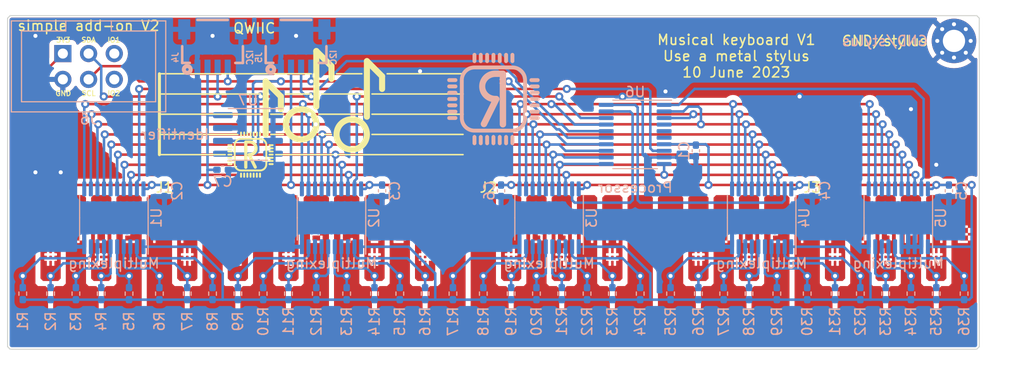
<source format=kicad_pcb>
(kicad_pcb (version 20221018) (generator pcbnew)
  (layers (0 "F.Cu" signal) (31 "B.Cu" signal) (34 "B.Paste" user) (35 "F.Paste" user) (36 "B.SilkS" user "B.Silkscreen") (37 "F.SilkS" user "F.Silkscreen") (38 "B.Mask" user) (39 "F.Mask" user) (44 "Edge.Cuts" user))
  (net 0 "")
  (net 1 "+3V3")
  (net 2 "GND")
  (net 3 "SDA")
  (net 4 "SCL")
  (net 7 "X0Y0")
  (net 8 "X0Y1")
  (net 9 "X0Y2")
  (net 10 "X0Y3")
  (net 11 "X0Y4")
  (net 12 "X0Y5")
  (net 13 "X0Y6")
  (net 14 "X0Y7")
  (net 15 "X1Y0")
  (net 16 "X1Y1")
  (net 17 "X1Y2")
  (net 18 "X1Y3")
  (net 19 "X1Y4")
  (net 20 "X1Y5")
  (net 21 "X1Y6")
  (net 22 "X1Y7")
  (net 23 "X2Y0")
  (net 24 "X2Y1")
  (net 25 "X2Y2")
  (net 26 "X2Y3")
  (net 27 "X2Y4")
  (net 28 "X2Y5")
  (net 29 "X2Y6")
  (net 30 "X2Y7")
  (net 31 "X3Y0")
  (net 32 "X3Y1")
  (net 33 "X3Y2")
  (net 34 "X3Y3")
  (net 35 "X3Y4")
  (net 36 "X3Y5")
  (net 37 "X3Y6")
  (net 38 "X3Y7")
  (net 39 "X4Y0")
  (net 40 "X4Y1")
  (net 41 "X4Y2")
  (net 42 "X4Y3")
  (net 43 "Y7")
  (net 44 "Y6")
  (net 45 "Y5")
  (net 46 "Y4")
  (net 47 "Y3")
  (net 48 "Y2")
  (net 49 "Y1")
  (net 50 "Y0")
  (net 51 "X1")
  (net 52 "X2")
  (net 53 "X3")
  (net 54 "X4")
  (net 55 "X0")
  (footprint "simple_add_on_v2:sao_v2_addon_tht" (layer "F.Cu") (at 100.25 73.77)
    (fp_text reference "J6")
    (fp_text value "sao_v2_addon_tht")
  )
  (footprint "keyboard:keyboard_32x15mm_p4mm_cu_label" (layer "F.Cu") (at 139.75 86.5)
    (fp_text reference "J2")
    (fp_text value "~")
  )
  (footprint "RobotMan2412:RobotMan2412_5mm" (layer "F.Cu") (at 116.25 82.5)
    (fp_text reference "REF**" hide)
    (fp_text value "RobotMan2412_5mm" hide)
  )
  (footprint "keyboard:keyboard_32x15mm_p4mm_cu_label" (layer "F.Cu") (at 107.75 86.5)
    (fp_text reference "J1")
    (fp_text value "~")
  )
  (footprint "MountingHole:MountingHole_2.2mm_M2_Pad_Via" (layer "F.Cu") (at 185.75 71.25)
    (fp_text reference "H1")
    (fp_text value "MountingHole_Pad")
  )
  (footprint "keyboard:keyboard_32x15mm_p4mm_cu_label" (layer "F.Cu") (at 171.75 86.5)
    (fp_text reference "J3")
    (fp_text value "~")
  )
  (footprint "Resistor_SMD:R_0402_1005Metric_Pad0.72x0.64mm_HandSolder" (layer "B.Cu") (at 136.25 96.25 90)
    (fp_text reference "R17")
    (fp_text value "1K")
  )
  (footprint "Resistor_SMD:R_0402_1005Metric_Pad0.72x0.64mm_HandSolder" (layer "B.Cu") (at 163 96.25 90)
    (fp_text reference "R27")
    (fp_text value "1K")
  )
  (footprint "Resistor_SMD:R_0402_1005Metric_Pad0.72x0.64mm_HandSolder" (layer "B.Cu") (at 147 96.25 90)
    (fp_text reference "R21")
    (fp_text value "1K")
  )
  (footprint "Resistor_SMD:R_0402_1005Metric_Pad0.72x0.64mm_HandSolder" (layer "B.Cu") (at 128.5 96.25 90)
    (fp_text reference "R14")
    (fp_text value "1K")
  )
  (footprint "Package_SO:TSSOP-20_4.4x6.5mm_P0.65mm" (layer "B.Cu") (at 166.75 88.75 90)
    (fp_text reference "U4")
    (fp_text value "74LS245")
  )
  (footprint "Resistor_SMD:R_0402_1005Metric_Pad0.72x0.64mm_HandSolder" (layer "B.Cu") (at 104.25 96.25 90)
    (fp_text reference "R5")
    (fp_text value "1K")
  )
  (footprint "Resistor_SMD:R_0402_1005Metric_Pad0.72x0.64mm_HandSolder" (layer "B.Cu") (at 149.5 96.25 90)
    (fp_text reference "R22")
    (fp_text value "1K")
  )
  (footprint "RobotMan2412:RobotMan2412_10mm" (layer "B.Cu") (at 140.25 77 180)
    (fp_text reference "REF**")
    (fp_text value "RobotMan2412_10mm")
  )
  (footprint "Resistor_SMD:R_0402_1005Metric_Pad0.72x0.64mm_HandSolder" (layer "B.Cu") (at 96.5 96.25 90)
    (fp_text reference "R2")
    (fp_text value "1K")
  )
  (footprint "Resistor_SMD:R_0402_1005Metric_Pad0.72x0.64mm_HandSolder" (layer "B.Cu") (at 181.5 96.25 90)
    (fp_text reference "R34")
    (fp_text value "1K")
  )
  (footprint "Capacitor_SMD:C_0402_1005Metric_Pad0.74x0.62mm_HandSolder" (layer "B.Cu") (at 160.25 82.125 -90)
    (fp_text reference "C1")
    (fp_text value "100n")
  )
  (footprint "Resistor_SMD:R_0402_1005Metric_Pad0.72x0.64mm_HandSolder" (layer "B.Cu") (at 184 96.25 90)
    (fp_text reference "R35")
    (fp_text value "1K")
  )
  (footprint "Resistor_SMD:R_0402_1005Metric_Pad0.72x0.64mm_HandSolder" (layer "B.Cu") (at 139.25 96.25 90)
    (fp_text reference "R18")
    (fp_text value "1K")
  )
  (footprint "Resistor_SMD:R_0402_1005Metric_Pad0.72x0.64mm_HandSolder" (layer "B.Cu") (at 154.75 96.25 90)
    (fp_text reference "R24")
    (fp_text value "1K")
  )
  (footprint "Resistor_SMD:R_0402_1005Metric_Pad0.72x0.64mm_HandSolder" (layer "B.Cu") (at 115 96.25 90)
    (fp_text reference "R9")
    (fp_text value "1K")
  )
  (footprint "Resistor_SMD:R_0402_1005Metric_Pad0.72x0.64mm_HandSolder" (layer "B.Cu") (at 157.75 96.25 90)
    (fp_text reference "R25")
    (fp_text value "1K")
  )
  (footprint "Capacitor_SMD:C_0402_1005Metric_Pad0.74x0.62mm_HandSolder" (layer "B.Cu") (at 129.25 86.075 -90)
    (fp_text reference "C3")
    (fp_text value "100n")
  )
  (footprint "Capacitor_SMD:C_0402_1005Metric_Pad0.74x0.62mm_HandSolder" (layer "B.Cu") (at 171.75 86.05 -90)
    (fp_text reference "C4")
    (fp_text value "100n")
  )
  (footprint "qwiic:1X04_1MM_RA_GND" (layer "B.Cu") (at 120.75 73.776285)
    (fp_text reference "J5")
    (fp_text value "I2C")
  )
  (footprint "Resistor_SMD:R_0402_1005Metric_Pad0.72x0.64mm_HandSolder" (layer "B.Cu") (at 133.5 96.25 90)
    (fp_text reference "R16")
    (fp_text value "1K")
  )
  (footprint "Package_SO:TSSOP-20_4.4x6.5mm_P0.65mm" (layer "B.Cu") (at 180.25 88.75 90)
    (fp_text reference "U5")
    (fp_text value "74LS245")
  )
  (footprint "Resistor_SMD:R_0402_1005Metric_Pad0.72x0.64mm_HandSolder" (layer "B.Cu") (at 168.25 96.25 90)
    (fp_text reference "R29")
    (fp_text value "1K")
  )
  (footprint "Resistor_SMD:R_0402_1005Metric_Pad0.72x0.64mm_HandSolder" (layer "B.Cu") (at 165.5 96.25 90)
    (fp_text reference "R28")
    (fp_text value "1K")
  )
  (footprint "Resistor_SMD:R_0402_1005Metric_Pad0.72x0.64mm_HandSolder" (layer "B.Cu") (at 160.5 96.25 90)
    (fp_text reference "R26")
    (fp_text value "1K")
  )
  (footprint "Capacitor_SMD:C_0402_1005Metric_Pad0.74x0.62mm_HandSolder" (layer "B.Cu") (at 113.5 84)
    (fp_text reference "C7")
    (fp_text value "100n")
  )
  (footprint "Resistor_SMD:R_0402_1005Metric_Pad0.72x0.64mm_HandSolder" (layer "B.Cu") (at 117.5 96.25 90)
    (fp_text reference "R10")
    (fp_text value "1K")
  )
  (footprint "Resistor_SMD:R_0402_1005Metric_Pad0.72x0.64mm_HandSolder" (layer "B.Cu") (at 152 96.25 90)
    (fp_text reference "R23")
    (fp_text value "1K")
  )
  (footprint "Resistor_SMD:R_0402_1005Metric_Pad0.72x0.64mm_HandSolder" (layer "B.Cu") (at 176.5 96.25 90)
    (fp_text reference "R32")
    (fp_text value "1K")
  )
  (footprint "Resistor_SMD:R_0402_1005Metric_Pad0.72x0.64mm_HandSolder" (layer "B.Cu") (at 93.75 96.25 90)
    (fp_text reference "R1")
    (fp_text value "1K")
  )
  (footprint "qwiic:1X04_1MM_RA_GND" (layer "B.Cu") (at 112.5 73.776285)
    (fp_text reference "J4")
    (fp_text value "I2C")
  )
  (footprint "Package_SO:TSSOP-20_4.4x6.5mm_P0.65mm" (layer "B.Cu") (at 102.75 88.75 90)
    (fp_text reference "U1")
    (fp_text value "74LS245")
  )
  (footprint "Resistor_SMD:R_0402_1005Metric_Pad0.72x0.64mm_HandSolder" (layer "B.Cu") (at 112.5 96.25 90)
    (fp_text reference "R8")
    (fp_text value "1K")
  )
  (footprint "Resistor_SMD:R_0402_1005Metric_Pad0.72x0.64mm_HandSolder" (layer "B.Cu") (at 122.75 96.25 90)
    (fp_text reference "R12")
    (fp_text value "1K")
  )
  (footprint "Resistor_SMD:R_0402_1005Metric_Pad0.72x0.64mm_HandSolder" (layer "B.Cu") (at 171.25 96.25 90)
    (fp_text reference "R30")
    (fp_text value "1K")
  )
  (footprint "Resistor_SMD:R_0402_1005Metric_Pad0.72x0.64mm_HandSolder" (layer "B.Cu") (at 107.25 96.25 90)
    (fp_text reference "R6")
    (fp_text value "1K")
  )
  (footprint "Resistor_SMD:R_0402_1005Metric_Pad0.72x0.64mm_HandSolder" (layer "B.Cu") (at 110 96.25 90)
    (fp_text reference "R7")
    (fp_text value "1K")
  )
  (footprint "Resistor_SMD:R_0402_1005Metric_Pad0.72x0.64mm_HandSolder" (layer "B.Cu") (at 131 96.25 90)
    (fp_text reference "R15")
    (fp_text value "1K")
  )
  (footprint "Package_SO:SOIC-8_3.9x4.9mm_P1.27mm" (layer "B.Cu") (at 116 80.5 180)
    (fp_text reference "U7")
    (fp_text value "24LC00")
  )
  (footprint "Resistor_SMD:R_0402_1005Metric_Pad0.72x0.64mm_HandSolder" (layer "B.Cu") (at 144.5 96.25 90)
    (fp_text reference "R20")
    (fp_text value "1K")
  )
  (footprint "Capacitor_SMD:C_0402_1005Metric_Pad0.74x0.62mm_HandSolder" (layer "B.Cu") (at 107.75 86.075 -90)
    (fp_text reference "C2")
    (fp_text value "100n")
  )
  (footprint "Package_SO:TSSOP-20_4.4x6.5mm_P0.65mm" (layer "B.Cu") (at 154.25 80.5 180)
    (fp_text reference "U6")
    (fp_text value "CH32V003F4P6")
  )
  (footprint "Resistor_SMD:R_0402_1005Metric_Pad0.72x0.64mm_HandSolder" (layer "B.Cu") (at 125.75 96.25 90)
    (fp_text reference "R13")
    (fp_text value "1K")
  )
  (footprint "Resistor_SMD:R_0402_1005Metric_Pad0.72x0.64mm_HandSolder" (layer "B.Cu") (at 174 96.25 90)
    (fp_text reference "R31")
    (fp_text value "1K")
  )
  (footprint "Resistor_SMD:R_0402_1005Metric_Pad0.72x0.64mm_HandSolder" (layer "B.Cu") (at 186.75 96.25 90)
    (fp_text reference "R36")
    (fp_text value "1K")
  )
  (footprint "Resistor_SMD:R_0402_1005Metric_Pad0.72x0.64mm_HandSolder" (layer "B.Cu") (at 120 96.25 90)
    (fp_text reference "R11")
    (fp_text value "1K")
  )
  (footprint "Resistor_SMD:R_0402_1005Metric_Pad0.72x0.64mm_HandSolder" (layer "B.Cu") (at 179 96.25 90)
    (fp_text reference "R33")
    (fp_text value "1K")
  )
  (footprint "Resistor_SMD:R_0402_1005Metric_Pad0.72x0.64mm_HandSolder" (layer "B.Cu") (at 142 96.25 90)
    (fp_text reference "R19")
    (fp_text value "1K")
  )
  (footprint "Package_SO:TSSOP-20_4.4x6.5mm_P0.65mm" (layer "B.Cu") (at 145.75 88.75 90)
    (fp_text reference "U3")
    (fp_text value "74LS245")
  )
  (footprint "Resistor_SMD:R_0402_1005Metric_Pad0.72x0.64mm_HandSolder" (layer "B.Cu") (at 99 96.25 90)
    (fp_text reference "R3")
    (fp_text value "1K")
  )
  (footprint "Package_SO:TSSOP-20_4.4x6.5mm_P0.65mm" (layer "B.Cu") (at 124.25 88.75 90)
    (fp_text reference "U2")
    (fp_text value "74LS245")
  )
  (footprint "Resistor_SMD:R_0402_1005Metric_Pad0.72x0.64mm_HandSolder" (layer "B.Cu") (at 101.5 96.25 90)
    (fp_text reference "R4")
    (fp_text value "1K")
  )
  (footprint "Capacitor_SMD:C_0402_1005Metric_Pad0.74x0.62mm_HandSolder" (layer "B.Cu") (at 185.25 86.075 -90)
    (fp_text reference "C5")
    (fp_text value "100n")
  )
  (footprint "Capacitor_SMD:C_0402_1005Metric_Pad0.74x0.62mm_HandSolder" (layer "B.Cu") (at 141 86.075 -90)
    (fp_text reference "C6")
    (fp_text value "100n")
  )
  (gr_line (start 122.75 77.75) (end 122.75 72.25) (stroke (width 0.6)) (layer "F.SilkS"))
  (gr_line (start 119.25 76.75) (end 119.25 78) (stroke (width 0.6)) (layer "F.SilkS"))
  (gr_line (start 127.75 78.75) (end 127.75 73.25) (stroke (width 0.6)) (layer "F.SilkS"))
  (gr_line (start 117.75 80.5) (end 117.75 75.25) (stroke (width 0.6)) (layer "F.SilkS"))
  (gr_line (start 123 80.5) (end 124.25 80.5) (stroke (width 0.15)) (layer "F.SilkS"))
  (gr_line (start 128.25 80.5) (end 137.25 80.5) (stroke (width 0.15)) (layer "F.SilkS"))
  (gr_line (start 123 78.5) (end 127.25 78.5) (stroke (width 0.15)) (layer "F.SilkS"))
  (gr_line (start 124.25 73.75) (end 124.25 75) (stroke (width 0.6)) (layer "F.SilkS"))
  (gr_circle (center 121.25 79.5) (end 122.75 79.5) (stroke (width 0.6)) (fill none) (layer "F.SilkS"))
  (gr_line (start 107.25 82.5) (end 113.75 82.5) (stroke (width 0.15)) (layer "F.SilkS"))
  (gr_line (start 123.25 76.5) (end 127.25 76.5) (stroke (width 0.15)) (layer "F.SilkS"))
  (gr_line (start 124.75 74.5) (end 127.25 74.5) (stroke (width 0.15)) (layer "F.SilkS"))
  (gr_line (start 107.25 76.5) (end 117.25 76.5) (stroke (width 0.15)) (layer "F.SilkS"))
  (gr_line (start 137.25 76.5) (end 128.25 76.5) (stroke (width 0.15)) (layer "F.SilkS"))
  (gr_line (start 107.25 82.5) (end 107.25 74.5) (stroke (width 0.3)) (layer "F.SilkS"))
  (gr_line (start 107.25 80.5) (end 115 80.5) (stroke (width 0.15)) (layer "F.SilkS"))
  (gr_line (start 129.75 74.5) (end 137.25 74.5) (stroke (width 0.15)) (layer "F.SilkS"))
  (gr_line (start 118.75 82.5) (end 137.25 82.5) (stroke (width 0.15)) (layer "F.SilkS"))
  (gr_line (start 118.25 80.5) (end 119.5 80.5) (stroke (width 0.15)) (layer "F.SilkS"))
  (gr_line (start 122.75 72.25) (end 124.25 73.75) (stroke (width 0.6)) (layer "F.SilkS"))
  (gr_line (start 122.25 74.5) (end 107.25 74.5) (stroke (width 0.15)) (layer "F.SilkS"))
  (gr_line (start 117.75 75.25) (end 119.25 76.75) (stroke (width 0.6)) (layer "F.SilkS"))
  (gr_circle (center 126.25 80.5) (end 127.75 80.5) (stroke (width 0.6)) (fill none) (layer "F.SilkS"))
  (gr_line (start 119.75 76.5) (end 122.25 76.5) (stroke (width 0.15)) (layer "F.SilkS"))
  (gr_line (start 128.25 78.5) (end 137.25 78.5) (stroke (width 0.15)) (layer "F.SilkS"))
  (gr_line (start 117.25 78.5) (end 107.25 78.5) (stroke (width 0.15)) (layer "F.SilkS"))
  (gr_line (start 127.75 73.25) (end 129.25 74.75) (stroke (width 0.6)) (layer "F.SilkS"))
  (gr_line (start 118.25 78.5) (end 119.5 78.5) (stroke (width 0.15)) (layer "F.SilkS"))
  (gr_line (start 129.25 74.75) (end 129.25 76) (stroke (width 0.6)) (layer "F.SilkS"))
  (gr_line (start 188.25 101.5) (end 188 101.75) (stroke (width 0.1)) (layer "Edge.Cuts"))
  (gr_line (start 188 68.75) (end 188.25 69) (stroke (width 0.1)) (layer "Edge.Cuts"))
  (gr_line (start 188 101.75) (end 92.5 101.75) (stroke (width 0.1)) (layer "Edge.Cuts"))
  (gr_line (start 92.25 69) (end 92.5 68.75) (stroke (width 0.1)) (layer "Edge.Cuts"))
  (gr_line (start 92.25 101.5) (end 92.25 69) (stroke (width 0.1)) (layer "Edge.Cuts"))
  (gr_line (start 92.5 101.75) (end 92.25 101.5) (stroke (width 0.1)) (layer "Edge.Cuts"))
  (gr_line (start 188.25 69) (end 188.25 101.5) (stroke (width 0.1)) (layer "Edge.Cuts"))
  (gr_line (start 92.5 68.75) (end 188 68.75) (stroke (width 0.1)) (layer "Edge.Cuts"))
  (gr_text "Multiplexing" (at 145.75 93.25) (layer "B.SilkS") (effects (font (size 1 1)) (justify mirror)))
  (gr_text "Multiplexing" (at 166.75 93.25) (layer "B.SilkS") (effects (font (size 1 1)) (justify mirror)))
  (gr_text "Multiplexing" (at 124.25 93.25) (layer "B.SilkS") (effects (font (size 1 1)) (justify mirror)))
  (gr_text "Identifier" (at 112.25 80.5) (layer "B.SilkS") (effects (font (size 1 1)) (justify left mirror)))
  (gr_text "Processor" (at 154.25 85.75) (layer "B.SilkS") (effects (font (size 1 1)) (justify mirror)))
  (gr_text "GND/stylus" (at 183.25 71.25) (layer "B.SilkS") (effects (font (size 1 1)) (justify left mirror)))
  (gr_text "Multiplexing" (at 102.75 93.25) (layer "B.SilkS") (effects (font (size 1 1)) (justify mirror)))
  (gr_text "Multiplexing" (at 180.25 93.25) (layer "B.SilkS") (effects (font (size 1 1)) (justify mirror)))
  (gr_text "IO2" (at 102.75 76.15) (layer "F.SilkS") (effects (font (size 0.5 0.5) (thickness 0.1) bold) (justify top)))
  (gr_text "SDA" (at 100.25 71.45) (layer "F.SilkS") (effects (font (size 0.5 0.5) (thickness 0.1) bold) (justify bottom)))
  (gr_text "Musical keyboard V1\nUse a metal stylus\n10 June 2023" (at 164.25 72.75) (layer "F.SilkS") (effects (font (size 1 1))))
  (gr_text "3V3" (at 97.75 71.45) (layer "F.SilkS") (effects (font (size 0.5 0.5) (thickness 0.1) bold) (justify bottom)))
  (gr_text "QWIIC" (at 116.625 70) (layer "F.SilkS") (effects (font (size 1 1))))
  (gr_text "GND" (at 97.75 76.15) (layer "F.SilkS") (effects (font (size 0.5 0.5) (thickness 0.1) bold) (justify top)))
  (gr_text "SCL" (at 100.25 76.15) (layer "F.SilkS") (effects (font (size 0.5 0.5) (thickness 0.1) bold) (justify top)))
  (gr_text "simple add-on V2" (at 100.25 69.75) (layer "F.SilkS") (effects (font (size 1 1))))
  (gr_text "GND/stylus" (at 183.25 71.25) (layer "F.SilkS") (effects (font (size 1 1)) (justify right)))
  (gr_text "IO1" (at 102.75 71.45) (layer "F.SilkS") (effects (font (size 0.5 0.5) (thickness 0.1) bold) (justify bottom)))
  (segment (start 106.5 85.5) (end 96.5 85.5) (width 0.25) (layer "F.Cu") (net 1))
  (segment (start 106.5 85.5) (end 112 85.5) (width 0.25) (layer "F.Cu") (net 1))
  (segment (start 96.5 85.5) (end 96.25 85.25) (width 0.25) (layer "F.Cu") (net 1))
  (segment (start 187.5 85.5) (end 184 85.5) (width 0.25) (layer "F.Cu") (net 1))
  (segment (start 112 85.5) (end 120.25 85.5) (width 0.25) (layer "F.Cu") (net 1))
  (segment (start 120.25 85.5) (end 142 85.5) (width 0.25) (layer "F.Cu") (net 1))
  (segment (start 96.25 73.96) (end 97.71 72.5) (width 0.25) (layer "F.Cu") (net 1))
  (segment (start 96.25 85.25) (end 96.25 73.96) (width 0.25) (layer "F.Cu") (net 1))
  (segment (start 142 85.5) (end 161.5 85.5) (width 0.25) (layer "F.Cu") (net 1))
  (segment (start 161.5 85.5) (end 184 85.5) (width 0.25) (layer "F.Cu") (net 1))
  (via (at 120.25 85.5) (size 0.8) (drill 0.4) (layers "F.Cu" "B.Cu") (net 1))
  (via (at 161.5 85.5) (size 0.8) (drill 0.4) (layers "F.Cu" "B.Cu") (net 1))
  (via (at 142 85.5) (size 0.8) (drill 0.4) (layers "F.Cu" "B.Cu") (net 1))
  (via (at 187.5 85.5) (size 0.8) (drill 0.4) (layers "F.Cu" "B.Cu") (net 1))
  (via (at 170.5 85.5) (size 0.8) (drill 0.4) (layers "F.Cu" "B.Cu") (net 1))
  (via (at 112 85.5) (size 0.8) (drill 0.4) (layers "F.Cu" "B.Cu") (net 1))
  (via (at 106.5 85.5) (size 0.8) (drill 0.4) (layers "F.Cu" "B.Cu") (net 1))
  (via (at 184 85.5) (size 0.8) (drill 0.4) (layers "F.Cu" "B.Cu") (net 1))
  (via (at 149.5 85.5) (size 0.8) (drill 0.4) (layers "F.Cu" "B.Cu") (net 1))
  (via (at 128 85.5) (size 0.8) (drill 0.4) (layers "F.Cu" "B.Cu") (net 1))
  (segment (start 129.2425 85.5) (end 129.25 85.5075) (width 0.25) (layer "B.Cu") (net 1))
  (segment (start 148.675 91.6125) (end 153.1125 91.6125) (width 0.25) (layer "B.Cu") (net 1))
  (segment (start 105.675 85.8875) (end 106.1125 85.8875) (width 0.25) (layer "B.Cu") (net 1))
  (segment (start 183.6125 85.8875) (end 184 85.5) (width 0.25) (layer "B.Cu") (net 1))
  (segment (start 112.00216 84) (end 112.00216 85.49784) (width 0.25) (layer "B.Cu") (net 1))
  (segment (start 112.00216 73.776285) (end 112.00216 78.6) (width 0.25) (layer "B.Cu") (net 1))
  (segment (start 161.5 81.75) (end 161.5 85.5) (width 0.25) (layer "B.Cu") (net 1))
  (segment (start 127.175 91.6125) (end 131.8625 91.6125) (width 0.25) (layer "B.Cu") (net 1))
  (segment (start 128 85.5) (end 129.2425 85.5) (width 0.25) (layer "B.Cu") (net 1))
  (segment (start 187.4875 91.6125) (end 187.5 91.6) (width 0.25) (layer "B.Cu") (net 1))
  (segment (start 141 85.5075) (end 141.9925 85.5075) (width 0.25) (layer "B.Cu") (net 1))
  (segment (start 186.75 96.8475) (end 187.2525 96.8475) (width 0.25) (layer "B.Cu") (net 1))
  (segment (start 159.5 81.475) (end 161.225 81.475) (width 0.25) (layer "B.Cu") (net 1))
  (segment (start 184 85.5) (end 185.2425 85.5) (width 0.25) (layer "B.Cu") (net 1))
  (segment (start 112.00216 85.49784) (end 112 85.5) (width 0.25) (layer "B.Cu") (net 1))
  (segment (start 186.75 96.8475) (end 177.5 96.8475) (width 0.25) (layer "B.Cu") (net 1))
  (segment (start 177.5 94.25) (end 177.5 96.8475) (width 0.25) (layer "B.Cu") (net 1))
  (segment (start 110.8625 91.6125) (end 113.5 94.25) (width 0.25) (layer "B.Cu") (net 1))
  (segment (start 185.2425 85.5) (end 185.25 85.5075) (width 0.25) (layer "B.Cu") (net 1))
  (segment (start 187.5 91.6) (end 187.5 85.5) (width 0.25) (layer "B.Cu") (net 1))
  (segment (start 112.9325 84) (end 112.00216 84) (width 0.25) (layer "B.Cu") (net 1))
  (segment (start 113.525 78.595) (end 112.00716 78.595) (width 0.25) (layer "B.Cu") (net 1))
  (segment (start 106.1125 85.8875) (end 106.5 85.5) (width 0.25) (layer "B.Cu") (net 1))
  (segment (start 170.5 85.5) (end 171.7325 85.5) (width 0.25) (layer "B.Cu") (net 1))
  (segment (start 112.00716 78.595) (end 112.00216 78.6) (width 0.25) (layer "B.Cu") (net 1))
  (segment (start 148.675 85.8875) (end 149.1125 85.8875) (width 0.25) (layer "B.Cu") (net 1))
  (segment (start 187.5 96.6) (end 187.5 91.6) (width 0.25) (layer "B.Cu") (net 1))
  (segment (start 169.675 85.8875) (end 170.1125 85.8875) (width 0.25) (layer "B.Cu") (net 1))
  (segment (start 153.1125 91.6125) (end 155.75 94.25) (width 0.25) (layer "B.Cu") (net 1))
  (segment (start 160.1675 81.475) (end 160.25 81.5575) (width 0.25) (layer "B.Cu") (net 1))
  (segment (start 174.8625 91.6125) (end 177.5 94.25) (width 0.25) (layer "B.Cu") (net 1))
  (segment (start 183.175 85.8875) (end 183.6125 85.8875) (width 0.25) (layer "B.Cu") (net 1))
  (segment (start 113.5 96.8475) (end 93.75 96.8475) (width 0.25) (layer "B.Cu") (net 1))
  (segment (start 106.5 85.5) (end 107.7425 85.5) (width 0.25) (layer "B.Cu") (net 1))
  (segment (start 187.2525 96.8475) (end 187.5 96.6) (width 0.25) (layer "B.Cu") (net 1))
  (segment (start 113.5 94.25) (end 113.5 96.8475) (width 0.25) (layer "B.Cu") (net 1))
  (segment (start 107.7425 85.5) (end 107.75 85.5075) (width 0.25) (layer "B.Cu") (net 1))
  (segment (start 177.5 96.8475) (end 134.5 96.8475) (width 0.25) (layer "B.Cu") (net 1))
  (segment (start 120.25216 73.776285) (end 120.25216 85.49784) (width 0.25) (layer "B.Cu") (net 1))
  (segment (start 131.8625 91.6125) (end 134.5 94.25) (width 0.25) (layer "B.Cu") (net 1))
  (segment (start 141.9925 85.5075) (end 142 85.5) (width 0.25) (layer "B.Cu") (net 1))
  (segment (start 183.175 91.6125) (end 187.4875 91.6125) (width 0.25) (layer "B.Cu") (net 1))
  (segment (start 159.5 81.475) (end 160.1675 81.475) (width 0.25) (layer "B.Cu") (net 1))
  (segment (start 134.5 96.8475) (end 113.5 96.8475) (width 0.25) (layer "B.Cu") (net 1))
  (segment (start 127.175 85.8875) (end 127.6125 85.8875) (width 0.25) (layer "B.Cu") (net 1))
  (segment (start 105.675 91.6125) (end 110.8625 91.6125) (width 0.25) (layer "B.Cu") (net 1))
  (segment (start 134.5 94.25) (end 134.5 96.8475) (width 0.25) (layer "B.Cu") (net 1))
  (segment (start 112.00216 78.6) (end 112.00216 84) (width 0.25) (layer "B.Cu") (net 1))
  (segment (start 170.1125 85.8875) (end 170.5 85.5) (width 0.25) (layer "B.Cu") (net 1))
  (segment (start 171.7325 85.5) (end 171.75 85.4825) (width 0.25) (layer "B.Cu") (net 1))
  (segment (start 157.1125 81.475) (end 159.5 81.475) (width 0.25) (layer "B.Cu") (net 1))
  (segment (start 127.6125 85.8875) (end 128 85.5) (width 0.25) (layer "B.Cu") (net 1))
  (segment (start 161.225 81.475) (end 161.5 81.75) (width 0.25) (layer "B.Cu") (net 1))
  (segment (start 120.25216 85.49784) (end 120.25 85.5) (width 0.25) (layer "B.Cu") (net 1))
  (segment (start 155.75 94.25) (end 155.75 96.8475) (width 0.25) (layer "B.Cu") (net 1))
  (segment (start 149.1125 85.8875) (end 149.5 85.5) (width 0.25) (layer "B.Cu") (net 1))
  (segment (start 169.675 91.6125) (end 174.8625 91.6125) (width 0.25) (layer "B.Cu") (net 1))
  (via (at 157.25 76.25) (size 0.8) (drill 0.4) (layers "F.Cu" "B.Cu") (net 2))
  (via (at 95 70.75) (size 0.8) (drill 0.4) (layers "F.Cu" "B.Cu") (net 2))
  (via (at 170.5 76.75) (size 0.8) (drill 0.4) (layers "F.Cu" "B.Cu") (net 2))
  (via (at 153 76.75) (size 0.8) (drill 0.4) (layers "F.Cu" "B.Cu") (net 2))
  (via (at 97.5 84.25) (size 0.8) (drill 0.4) (layers "F.Cu" "B.Cu") (net 2))
  (via (at 133 74.25) (size 0.8) (drill 0.4) (layers "F.Cu" "B.Cu") (net 2))
  (via (at 181.5 78) (size 0.8) (drill 0.4) (layers "F.Cu" "B.Cu") (net 2))
  (via (at 112.5 70.75) (size 0.8) (drill 0.4) (layers "F.Cu" "B.Cu") (net 2))
  (via (at 184 83.5) (size 0.8) (drill 0.4) (layers "F.Cu" "B.Cu") (net 2))
  (via (at 95 84.25) (size 0.8) (drill 0.4) (layers "F.Cu" "B.Cu") (net 2))
  (via (at 120.75 70.75) (size 0.8) (drill 0.4) (layers "F.Cu" "B.Cu") (net 2))
  (segment (start 181.225 91.6125) (end 181.225 90.25) (width 0.4) (layer "B.Cu") (net 2))
  (segment (start 157.1125 82.775) (end 155.275 82.775) (width 0.25) (layer "B.Cu") (net 2))
  (segment (start 181.875 91.6125) (end 181.875 90.25) (width 0.4) (layer "B.Cu") (net 2))
  (segment (start 155 77) (end 154.75 76.75) (width 0.25) (layer "B.Cu") (net 2))
  (segment (start 163.825 91.6125) (end 163.825 90.25) (width 0.4) (layer "B.Cu") (net 2))
  (segment (start 155.275 82.775) (end 155 82.5) (width 0.25) (layer "B.Cu") (net 2))
  (segment (start 180.575 91.6125) (end 180.575 90.25) (width 0.4) (layer "B.Cu") (net 2))
  (segment (start 154.75 76.75) (end 153 76.75) (width 0.25) (layer "B.Cu") (net 2))
  (segment (start 160.1675 82.775) (end 160.25 82.6925) (width 0.25) (layer "B.Cu") (net 2))
  (segment (start 142.825 91.6125) (end 142.825 90.25) (width 0.4) (layer "B.Cu") (net 2))
  (segment (start 182.525 91.6125) (end 182.525 90.25) (width 0.4) (layer "B.Cu") (net 2))
  (segment (start 157.1125 82.775) (end 160.1675 82.775) (width 0.25) (layer "B.Cu") (net 2))
  (segment (start 155 82.5) (end 155 77) (width 0.25) (layer "B.Cu") (net 2))
  (segment (start 177.325 91.6125) (end 177.325 90.25) (width 0.4) (layer "B.Cu") (net 2))
  (segment (start 99.825 91.6125) (end 99.825 90.25) (width 0.4) (layer "B.Cu") (net 2))
  (segment (start 121.325 91.6125) (end 121.325 90.25) (width 0.4) (layer "B.Cu") (net 2))
  (segment (start 117.25 76.75) (end 122.25 76.75) (width 0.25) (layer "F.Cu") (net 3))
  (segment (start 101.75 76.75) (end 113 76.75) (width 0.25) (layer "F.Cu") (net 3))
  (segment (start 113 76.75) (end 117.25 76.75) (width 0.25) (layer "F.Cu") (net 3))
  (via (at 117.25 76.75) (size 0.8) (drill 0.4) (layers "F.Cu" "B.Cu") (net 3))
  (via (at 113 76.75) (size 0.8) (drill 0.4) (layers "F.Cu" "B.Cu") (net 3))
  (via (at 101.75 76.75) (size 0.8) (drill 0.4) (layers "F.Cu" "B.Cu") (net 3))
  (via (at 122.25 76.75) (size 0.8) (drill 0.4) (layers "F.Cu" "B.Cu") (net 3))
  (segment (start 121.24784 76.24784) (end 121.24784 73.776285) (width 0.25) (layer "B.Cu") (net 3))
  (segment (start 147.675 80.175) (end 147 79.5) (width 0.25) (layer "B.Cu") (net 3))
  (segment (start 101.5 76.5) (end 101.5 73.75) (width 0.25) (layer "B.Cu") (net 3))
  (segment (start 121.75 76.75) (end 121.24784 76.24784) (width 0.25) (layer "B.Cu") (net 3))
  (segment (start 117 82.15) (end 117 77) (width 0.25) (layer "B.Cu") (net 3))
  (segment (start 116.745 82.405) (end 117 82.15) (width 0.25) (layer "B.Cu") (net 3))
  (segment (start 142.5 75.25) (end 142.5 74.974695) (width 0.25) (layer "B.Cu") (net 3))
  (segment (start 112.99784 76.74784) (end 113 76.75) (width 0.25) (layer "B.Cu") (net 3))
  (segment (start 122.25 76.75) (end 121.75 76.75) (width 0.25) (layer "B.Cu") (net 3))
  (segment (start 142.5 74.974695) (end 140.775305 73.25) (width 0.25) (layer "B.Cu") (net 3))
  (segment (start 125.75 73.25) (end 122.25 76.75) (width 0.25) (layer "B.Cu") (net 3))
  (segment (start 151.3875 80.175) (end 147.675 80.175) (width 0.25) (layer "B.Cu") (net 3))
  (segment (start 101.5 73.75) (end 100.25 72.5) (width 0.25) (layer "B.Cu") (net 3))
  (segment (start 146.75 79.5) (end 142.5 75.25) (width 0.25) (layer "B.Cu") (net 3))
  (segment (start 101.75 76.75) (end 101.5 76.5) (width 0.25) (layer "B.Cu") (net 3))
  (segment (start 117 77) (end 117.25 76.75) (width 0.25) (layer "B.Cu") (net 3))
  (segment (start 140.775305 73.25) (end 125.75 73.25) (width 0.25) (layer "B.Cu") (net 3))
  (segment (start 147 79.5) (end 146.75 79.5) (width 0.25) (layer "B.Cu") (net 3))
  (segment (start 112.99784 73.776285) (end 112.99784 76.74784) (width 0.25) (layer "B.Cu") (net 3))
  (segment (start 113.525 82.405) (end 116.745 82.405) (width 0.25) (layer "B.Cu") (net 3))
  (segment (start 141.75 75.25) (end 122.25 75.25) (width 0.25) (layer "F.Cu") (net 4))
  (segment (start 101.555 73.75) (end 100.25 75.055) (width 0.25) (layer "F.Cu") (net 4))
  (segment (start 114 75.25) (end 105.25 75.25) (width 0.25) (layer "F.Cu") (net 4))
  (segment (start 103.75 73.75) (end 101.555 73.75) (width 0.25) (layer "F.Cu") (net 4))
  (segment (start 119.25 75.25) (end 114 75.25) (width 0.25) (layer "F.Cu") (net 4))
  (segment (start 122.25 75.25) (end 119.25 75.25) (width 0.25) (layer "F.Cu") (net 4))
  (segment (start 105.25 75.25) (end 103.75 73.75) (width 0.25) (layer "F.Cu") (net 4))
  (via (at 119.25 75.25) (size 0.8) (drill 0.4) (layers "F.Cu" "B.Cu") (net 4))
  (via (at 114 75.25) (size 0.8) (drill 0.4) (layers "F.Cu" "B.Cu") (net 4))
  (via (at 122.25 75.25) (size 0.8) (drill 0.4) (layers "F.Cu" "B.Cu") (net 4))
  (via (at 141.75 75.25) (size 0.8) (drill 0.4) (layers "F.Cu" "B.Cu") (net 4))
  (segment (start 116.5 80.875) (end 116.5 75.5) (width 0.25) (layer "B.Cu") (net 4))
  (segment (start 116.24 81.135) (end 116.5 80.875) (width 0.25) (layer "B.Cu") (net 4))
  (segment (start 151.3875 80.825) (end 147.575 80.825) (width 0.25) (layer "B.Cu") (net 4))
  (segment (start 116.75 75.25) (end 119.25 75.25) (width 0.25) (layer "B.Cu") (net 4))
  (segment (start 146.75 80) (end 146.5 80) (width 0.25) (layer "B.Cu") (net 4))
  (segment (start 122.25 75.25) (end 122.25 73.777685) (width 0.25) (layer "B.Cu") (net 4))
  (segment (start 113.525 81.135) (end 116.24 81.135) (width 0.25) (layer "B.Cu") (net 4))
  (segment (start 116.5 75.5) (end 116.75 75.25) (width 0.25) (layer "B.Cu") (net 4))
  (segment (start 114 75.25) (end 114 73.777685) (width 0.25) (layer "B.Cu") (net 4))
  (segment (start 147.575 80.825) (end 146.75 80) (width 0.25) (layer "B.Cu") (net 4))
  (segment (start 114 73.777685) (end 113.9986 73.776285) (width 0.25) (layer "B.Cu") (net 4))
  (segment (start 122.25 73.777685) (end 122.2486 73.776285) (width 0.25) (layer "B.Cu") (net 4))
  (segment (start 146.5 80) (end 143.25 76.75) (width 0.25) (layer "B.Cu") (net 4))
  (segment (start 143.25 76.75) (end 141.75 75.25) (width 0.25) (layer "B.Cu") (net 4))
  (via (at 93.75 94.5) (size 0.8) (drill 0.4) (layers "F.Cu" "B.Cu") (net 7))
  (segment (start 95.5 92.75) (end 100.225 92.75) (width 0.25) (layer "B.Cu") (net 7))
  (segment (start 100.475 92.5) (end 100.475 91.6125) (width 0.25) (layer "B.Cu") (net 7))
  (segment (start 93.75 94.5) (end 93.75 95.6525) (width 0.25) (layer "B.Cu") (net 7))
  (segment (start 93.75 94.5) (end 95.5 92.75) (width 0.25) (layer "B.Cu") (net 7))
  (segment (start 100.225 92.75) (end 100.475 92.5) (width 0.25) (layer "B.Cu") (net 7))
  (via (at 96.5 94.5) (size 0.8) (drill 0.4) (layers "F.Cu" "B.Cu") (net 8))
  (segment (start 96.5 94.5) (end 96.5 95.6525) (width 0.25) (layer "B.Cu") (net 8))
  (segment (start 100.875 93.25) (end 101.125 93) (width 0.25) (layer "B.Cu") (net 8))
  (segment (start 97.75 93.25) (end 100.875 93.25) (width 0.25) (layer "B.Cu") (net 8))
  (segment (start 101.125 93) (end 101.125 91.6125) (width 0.25) (layer "B.Cu") (net 8))
  (segment (start 96.5 94.5) (end 97.75 93.25) (width 0.25) (layer "B.Cu") (net 8))
  (via (at 99 94.5) (size 0.8) (drill 0.4) (layers "F.Cu" "B.Cu") (net 9))
  (segment (start 101.775 93.5) (end 101.775 91.6125) (width 0.25) (layer "B.Cu") (net 9))
  (segment (start 99 94.5) (end 99 95.6525) (width 0.25) (layer "B.Cu") (net 9))
  (segment (start 101.525 93.75) (end 101.775 93.5) (width 0.25) (layer "B.Cu") (net 9))
  (segment (start 99 94.5) (end 99.75 93.75) (width 0.25) (layer "B.Cu") (net 9))
  (segment (start 99.75 93.75) (end 101.525 93.75) (width 0.25) (layer "B.Cu") (net 9))
  (via (at 101.5 94.5) (size 0.8) (drill 0.4) (layers "F.Cu" "B.Cu") (net 10))
  (segment (start 102.425 94.25) (end 102.425 91.6125) (width 0.25) (layer "B.Cu") (net 10))
  (segment (start 102.175 94.5) (end 102.425 94.25) (width 0.25) (layer "B.Cu") (net 10))
  (segment (start 101.5 94.5) (end 102.175 94.5) (width 0.25) (layer "B.Cu") (net 10))
  (segment (start 101.5 94.5) (end 101.5 95.6525) (width 0.25) (layer "B.Cu") (net 10))
  (via (at 104.25 94.5) (size 0.8) (drill 0.4) (layers "F.Cu" "B.Cu") (net 11))
  (segment (start 104.25 94.5) (end 103.325 94.5) (width 0.25) (layer "B.Cu") (net 11))
  (segment (start 103.325 94.5) (end 103.075 94.25) (width 0.25) (layer "B.Cu") (net 11))
  (segment (start 104.25 94.5) (end 104.25 95.6525) (width 0.25) (layer "B.Cu") (net 11))
  (segment (start 103.075 94.25) (end 103.075 91.6125) (width 0.25) (layer "B.Cu") (net 11))
  (via (at 107.25 94.5) (size 0.8) (drill 0.4) (layers "F.Cu" "B.Cu") (net 12))
  (segment (start 107.25 94.5) (end 107.25 95.6525) (width 0.25) (layer "B.Cu") (net 12))
  (segment (start 107.25 94.5) (end 106.5 93.75) (width 0.25) (layer "B.Cu") (net 12))
  (segment (start 103.975 93.75) (end 103.725 93.5) (width 0.25) (layer "B.Cu") (net 12))
  (segment (start 103.725 93.5) (end 103.725 91.6125) (width 0.25) (layer "B.Cu") (net 12))
  (segment (start 106.5 93.75) (end 103.975 93.75) (width 0.25) (layer "B.Cu") (net 12))
  (via (at 110 94.5) (size 0.8) (drill 0.4) (layers "F.Cu" "B.Cu") (net 13))
  (segment (start 110 94.5) (end 110 95.6525) (width 0.25) (layer "B.Cu") (net 13))
  (segment (start 108.75 93.25) (end 104.625 93.25) (width 0.25) (layer "B.Cu") (net 13))
  (segment (start 104.625 93.25) (end 104.375 93) (width 0.25) (layer "B.Cu") (net 13))
  (segment (start 110 94.5) (end 108.75 93.25) (width 0.25) (layer "B.Cu") (net 13))
  (segment (start 104.375 93) (end 104.375 91.6125) (width 0.25) (layer "B.Cu") (net 13))
  (via (at 112.5 94.5) (size 0.8) (drill 0.4) (layers "F.Cu" "B.Cu") (net 14))
  (segment (start 112.5 94.5) (end 110.75 92.75) (width 0.25) (layer "B.Cu") (net 14))
  (segment (start 110.75 92.75) (end 105.275 92.75) (width 0.25) (layer "B.Cu") (net 14))
  (segment (start 105.025 92.5) (end 105.025 91.6125) (width 0.25) (layer "B.Cu") (net 14))
  (segment (start 105.275 92.75) (end 105.025 92.5) (width 0.25) (layer "B.Cu") (net 14))
  (segment (start 112.5 94.5) (end 112.5 95.6525) (width 0.25) (layer "B.Cu") (net 14))
  (via (at 115 94.5) (size 0.8) (drill 0.4) (layers "F.Cu" "B.Cu") (net 15))
  (segment (start 116.75 92.75) (end 121.725 92.75) (width 0.25) (layer "B.Cu") (net 15))
  (segment (start 121.975 92.5) (end 121.975 91.6125) (width 0.25) (layer "B.Cu") (net 15))
  (segment (start 115 94.5) (end 115 95.6525) (width 0.25) (layer "B.Cu") (net 15))
  (segment (start 115 94.5) (end 116.75 92.75) (width 0.25) (layer "B.Cu") (net 15))
  (segment (start 121.725 92.75) (end 121.975 92.5) (width 0.25) (layer "B.Cu") (net 15))
  (via (at 117.5 94.5) (size 0.8) (drill 0.4) (layers "F.Cu" "B.Cu") (net 16))
  (segment (start 122.625 93) (end 122.625 91.6125) (width 0.25) (layer "B.Cu") (net 16))
  (segment (start 117.5 94.5) (end 118.75 93.25) (width 0.25) (layer "B.Cu") (net 16))
  (segment (start 117.5 94.5) (end 117.5 95.6525) (width 0.25) (layer "B.Cu") (net 16))
  (segment (start 122.375 93.25) (end 122.625 93) (width 0.25) (layer "B.Cu") (net 16))
  (segment (start 118.75 93.25) (end 122.375 93.25) (width 0.25) (layer "B.Cu") (net 16))
  (via (at 120 94.5) (size 0.8) (drill 0.4) (layers "F.Cu" "B.Cu") (net 17))
  (segment (start 120.75 93.75) (end 123.025 93.75) (width 0.25) (layer "B.Cu") (net 17))
  (segment (start 120 94.5) (end 120.75 93.75) (width 0.25) (layer "B.Cu") (net 17))
  (segment (start 123.275 93.5) (end 123.275 91.6125) (width 0.25) (layer "B.Cu") (net 17))
  (segment (start 123.025 93.75) (end 123.275 93.5) (width 0.25) (layer "B.Cu") (net 17))
  (segment (start 120 94.5) (end 120 95.6525) (width 0.25) (layer "B.Cu") (net 17))
  (via (at 122.75 94.5) (size 0.8) (drill 0.4) (layers "F.Cu" "B.Cu") (net 18))
  (segment (start 122.75 94.5) (end 122.75 95.6525) (width 0.25) (layer "B.Cu") (net 18))
  (segment (start 122.75 94.5) (end 123.675 94.5) (width 0.25) (layer "B.Cu") (net 18))
  (segment (start 123.675 94.5) (end 123.925 94.25) (width 0.25) (layer "B.Cu") (net 18))
  (segment (start 123.925 94.25) (end 123.925 91.6125) (width 0.25) (layer "B.Cu") (net 18))
  (via (at 125.75 94.5) (size 0.8) (drill 0.4) (layers "F.Cu" "B.Cu") (net 19))
  (segment (start 125.75 94.5) (end 125.75 95.6525) (width 0.25) (layer "B.Cu") (net 19))
  (segment (start 124.575 94.25) (end 124.575 91.6125) (width 0.25) (layer "B.Cu") (net 19))
  (segment (start 124.825 94.5) (end 124.575 94.25) (width 0.25) (layer "B.Cu") (net 19))
  (segment (start 125.75 94.5) (end 124.825 94.5) (width 0.25) (layer "B.Cu") (net 19))
  (via (at 128.5 94.5) (size 0.8) (drill 0.4) (layers "F.Cu" "B.Cu") (net 20))
  (segment (start 127.75 93.75) (end 125.475 93.75) (width 0.25) (layer "B.Cu") (net 20))
  (segment (start 125.475 93.75) (end 125.225 93.5) (width 0.25) (layer "B.Cu") (net 20))
  (segment (start 128.5 94.5) (end 127.75 93.75) (width 0.25) (layer "B.Cu") (net 20))
  (segment (start 125.225 93.5) (end 125.225 91.6125) (width 0.25) (layer "B.Cu") (net 20))
  (segment (start 128.5 94.5) (end 128.5 95.6525) (width 0.25) (layer "B.Cu") (net 20))
  (via (at 131 94.5) (size 0.8) (drill 0.4) (layers "F.Cu" "B.Cu") (net 21))
  (segment (start 129.75 93.25) (end 126.125 93.25) (width 0.25) (layer "B.Cu") (net 21))
  (segment (start 131 94.5) (end 129.75 93.25) (width 0.25) (layer "B.Cu") (net 21))
  (segment (start 131 94.5) (end 131 95.6525) (width 0.25) (layer "B.Cu") (net 21))
  (segment (start 126.125 93.25) (end 125.875 93) (width 0.25) (layer "B.Cu") (net 21))
  (segment (start 125.875 93) (end 125.875 91.6125) (width 0.25) (layer "B.Cu") (net 21))
  (via (at 133.5 94.5) (size 0.8) (drill 0.4) (layers "F.Cu" "B.Cu") (net 22))
  (segment (start 126.525 92.5) (end 126.525 91.6125) (width 0.25) (layer "B.Cu") (net 22))
  (segment (start 133.5 94.5) (end 131.75 92.75) (width 0.25) (layer "B.Cu") (net 22))
  (segment (start 126.775 92.75) (end 126.525 92.5) (width 0.25) (layer "B.Cu") (net 22))
  (segment (start 133.5 94.5) (end 133.5 95.6525) (width 0.25) (layer "B.Cu") (net 22))
  (segment (start 131.75 92.75) (end 126.775 92.75) (width 0.25) (layer "B.Cu") (net 22))
  (via (at 136.25 94.5) (size 0.8) (drill 0.4) (layers "F.Cu" "B.Cu") (net 23))
  (segment (start 138 92.75) (end 143.25 92.75) (width 0.25) (layer "B.Cu") (net 23))
  (segment (start 143.25 92.75) (end 143.475 92.525) (width 0.25) (layer "B.Cu") (net 23))
  (segment (start 136.25 94.5) (end 138 92.75) (width 0.25) (layer "B.Cu") (net 23))
  (segment (start 136.25 94.5) (end 136.25 95.6525) (width 0.25) (layer "B.Cu") (net 23))
  (segment (start 143.475 92.525) (end 143.475 91.6125) (width 0.25) (layer "B.Cu") (net 23))
  (via (at 139.25 94.5) (size 0.8) (drill 0.4) (layers "F.Cu" "B.Cu") (net 24))
  (segment (start 140.5 93.25) (end 143.875 93.25) (width 0.25) (layer "B.Cu") (net 24))
  (segment (start 143.875 93.25) (end 144.125 93) (width 0.25) (layer "B.Cu") (net 24))
  (segment (start 144.125 93) (end 144.125 91.6125) (width 0.25) (layer "B.Cu") (net 24))
  (segment (start 139.25 94.5) (end 140.5 93.25) (width 0.25) (layer "B.Cu") (net 24))
  (segment (start 139.25 94.5) (end 139.25 95.6525) (width 0.25) (layer "B.Cu") (net 24))
  (via (at 142 94.5) (size 0.8) (drill 0.4) (layers "F.Cu" "B.Cu") (net 25))
  (segment (start 142 94.5) (end 142 95.6525) (width 0.25) (layer "B.Cu") (net 25))
  (segment (start 142.75 93.75) (end 144.525 93.75) (width 0.25) (layer "B.Cu") (net 25))
  (segment (start 142 94.5) (end 142.75 93.75) (width 0.25) (layer "B.Cu") (net 25))
  (segment (start 144.775 93.5) (end 144.775 91.6125) (width 0.25) (layer "B.Cu") (net 25))
  (segment (start 144.525 93.75) (end 144.775 93.5) (width 0.25) (layer "B.Cu") (net 25))
  (via (at 144.5 94.5) (size 0.8) (drill 0.4) (layers "F.Cu" "B.Cu") (net 26))
  (segment (start 145.425 94.25) (end 145.425 91.6125) (width 0.25) (layer "B.Cu") (net 26))
  (segment (start 145.175 94.5) (end 145.425 94.25) (width 0.25) (layer "B.Cu") (net 26))
  (segment (start 144.5 94.5) (end 144.5 95.6525) (width 0.25) (layer "B.Cu") (net 26))
  (segment (start 144.5 94.5) (end 145.175 94.5) (width 0.25) (layer "B.Cu") (net 26))
  (via (at 147 94.5) (size 0.8) (drill 0.4) (layers "F.Cu" "B.Cu") (net 27))
  (segment (start 147 94.5) (end 146.325 94.5) (width 0.25) (layer "B.Cu") (net 27))
  (segment (start 146.325 94.5) (end 146.075 94.25) (width 0.25) (layer "B.Cu") (net 27))
  (segment (start 147 94.5) (end 147 95.6525) (width 0.25) (layer "B.Cu") (net 27))
  (segment (start 146.075 94.25) (end 146.075 91.6125) (width 0.25) (layer "B.Cu") (net 27))
  (via (at 149.5 94.5) (size 0.8) (drill 0.4) (layers "F.Cu" "B.Cu") (net 28))
  (segment (start 146.975 93.75) (end 146.725 93.5) (width 0.25) (layer "B.Cu") (net 28))
  (segment (start 149.5 94.5) (end 149.5 95.6525) (width 0.25) (layer "B.Cu") (net 28))
  (segment (start 149.5 94.5) (end 148.75 93.75) (width 0.25) (layer "B.Cu") (net 28))
  (segment (start 146.725 93.5) (end 146.725 91.6125) (width 0.25) (layer "B.Cu") (net 28))
  (segment (start 148.75 93.75) (end 146.975 93.75) (width 0.25) (layer "B.Cu") (net 28))
  (via (at 152 94.5) (size 0.8) (drill 0.4) (layers "F.Cu" "B.Cu") (net 29))
  (segment (start 147.625 93.25) (end 147.375 93) (width 0.25) (layer "B.Cu") (net 29))
  (segment (start 150.75 93.25) (end 147.625 93.25) (width 0.25) (layer "B.Cu") (net 29))
  (segment (start 152 94.5) (end 150.75 93.25) (width 0.25) (layer "B.Cu") (net 29))
  (segment (start 152 94.5) (end 152 95.6525) (width 0.25) (layer "B.Cu") (net 29))
  (segment (start 147.375 93) (end 147.375 91.6125) (width 0.25) (layer "B.Cu") (net 29))
  (via (at 154.75 94.5) (size 0.8) (drill 0.4) (layers "F.Cu" "B.Cu") (net 30))
  (segment (start 148.275 92.75) (end 148.025 92.5) (width 0.25) (layer "B.Cu") (net 30))
  (segment (start 154.75 94.5) (end 153 92.75) (width 0.25) (layer "B.Cu") (net 30))
  (segment (start 153 92.75) (end 148.275 92.75) (width 0.25) (layer "B.Cu") (net 30))
  (segment (start 148.025 92.5) (end 148.025 91.6125) (width 0.25) (layer "B.Cu") (net 30))
  (segment (start 154.75 94.5) (end 154.75 95.6525) (width 0.25) (layer "B.Cu") (net 30))
  (via (at 157.75 94.5) (size 0.8) (drill 0.4) (layers "F.Cu" "B.Cu") (net 31))
  (segment (start 164.225 92.75) (end 164.475 92.5) (width 0.25) (layer "B.Cu") (net 31))
  (segment (start 159.5 92.75) (end 164.225 92.75) (width 0.25) (layer "B.Cu") (net 31))
  (segment (start 164.475 92.5) (end 164.475 91.6125) (width 0.25) (layer "B.Cu") (net 31))
  (segment (start 157.75 94.5) (end 159.5 92.75) (width 0.25) (layer "B.Cu") (net 31))
  (segment (start 157.75 94.5) (end 157.75 95.6525) (width 0.25) (layer "B.Cu") (net 31))
  (via (at 160.5 94.5) (size 0.8) (drill 0.4) (layers "F.Cu" "B.Cu") (net 32))
  (segment (start 160.5 94.5) (end 161.75 93.25) (width 0.25) (layer "B.Cu") (net 32))
  (segment (start 160.5 94.5) (end 160.5 95.6525) (width 0.25) (layer "B.Cu") (net 32))
  (segment (start 164.875 93.25) (end 165.125 93) (width 0.25) (layer "B.Cu") (net 32))
  (segment (start 161.75 93.25) (end 164.875 93.25) (width 0.25) (layer "B.Cu") (net 32))
  (segment (start 165.125 93) (end 165.125 91.6125) (width 0.25) (layer "B.Cu") (net 32))
  (via (at 163 94.5) (size 0.8) (drill 0.4) (layers "F.Cu" "B.Cu") (net 33))
  (segment (start 163 94.5) (end 163.75 93.75) (width 0.25) (layer "B.Cu") (net 33))
  (segment (start 163 94.5) (end 163 95.6525) (width 0.25) (layer "B.Cu") (net 33))
  (segment (start 165.775 93.5) (end 165.775 91.6125) (width 0.25) (layer "B.Cu") (net 33))
  (segment (start 163.75 93.75) (end 165.525 93.75) (width 0.25) (layer "B.Cu") (net 33))
  (segment (start 165.525 93.75) (end 165.775 93.5) (width 0.25) (layer "B.Cu") (net 33))
  (via (at 165.5 94.5) (size 0.8) (drill 0.4) (layers "F.Cu" "B.Cu") (net 34))
  (segment (start 165.5 94.5) (end 166.175 94.5) (width 0.25) (layer "B.Cu") (net 34))
  (segment (start 165.5 94.5) (end 165.5 95.6525) (width 0.25) (layer "B.Cu") (net 34))
  (segment (start 166.425 94.25) (end 166.425 91.6125) (width 0.25) (layer "B.Cu") (net 34))
  (segment (start 166.175 94.5) (end 166.425 94.25) (width 0.25) (layer "B.Cu") (net 34))
  (via (at 168.25 94.5) (size 0.8) (drill 0.4) (layers "F.Cu" "B.Cu") (net 35))
  (segment (start 167.075 94.25) (end 167.075 91.6125) (width 0.25) (layer "B.Cu") (net 35))
  (segment (start 167.325 94.5) (end 167.075 94.25) (width 0.25) (layer "B.Cu") (net 35))
  (segment (start 168.25 94.5) (end 168.25 95.6525) (width 0.25) (layer "B.Cu") (net 35))
  (segment (start 168.25 94.5) (end 167.325 94.5) (width 0.25) (layer "B.Cu") (net 35))
  (via (at 171.25 94.5) (size 0.8) (drill 0.4) (layers "F.Cu" "B.Cu") (net 36))
  (segment (start 171.25 94.5) (end 171.25 95.6525) (width 0.25) (layer "B.Cu") (net 36))
  (segment (start 171.25 94.5) (end 170.5 93.75) (width 0.25) (layer "B.Cu") (net 36))
  (segment (start 167.975 93.75) (end 167.725 93.5) (width 0.25) (layer "B.Cu") (net 36))
  (segment (start 167.725 93.5) (end 167.725 91.6125) (width 0.25) (layer "B.Cu") (net 36))
  (segment (start 170.5 93.75) (end 167.975 93.75) (width 0.25) (layer "B.Cu") (net 36))
  (via (at 174 94.5) (size 0.8) (drill 0.4) (layers "F.Cu" "B.Cu") (net 37))
  (segment (start 168.625 93.25) (end 168.375 93) (width 0.25) (layer "B.Cu") (net 37))
  (segment (start 168.375 93) (end 168.375 91.6125) (width 0.25) (layer "B.Cu") (net 37))
  (segment (start 174 94.5) (end 174 95.6525) (width 0.25) (layer "B.Cu") (net 37))
  (segment (start 174 94.5) (end 172.75 93.25) (width 0.25) (layer "B.Cu") (net 37))
  (segment (start 172.75 93.25) (end 168.625 93.25) (width 0.25) (layer "B.Cu") (net 37))
  (via (at 176.5 94.5) (size 0.8) (drill 0.4) (layers "F.Cu" "B.Cu") (net 38))
  (segment (start 169.025 92.5) (end 169.025 91.6125) (width 0.25) (layer "B.Cu") (net 38))
  (segment (start 176.5 94.5) (end 174.75 92.75) (width 0.25) (layer "B.Cu") (net 38))
  (segment (start 176.5 94.5) (end 176.5 95.6525) (width 0.25) (layer "B.Cu") (net 38))
  (segment (start 169.275 92.75) (end 169.025 92.5) (width 0.25) (layer "B.Cu") (net 38))
  (segment (start 174.75 92.75) (end 169.275 92.75) (width 0.25) (layer "B.Cu") (net 38))
  (via (at 179 94.5) (size 0.8) (drill 0.4) (layers "F.Cu" "B.Cu") (net 39))
  (segment (start 179 94.5) (end 179 95.6525) (width 0.25) (layer "B.Cu") (net 39))
  (segment (start 178.225 94.5) (end 177.975 94.25) (width 0.25) (layer "B.Cu") (net 39))
  (segment (start 177.975 94.25) (end 177.975 91.6125) (width 0.25) (layer "B.Cu") (net 39))
  (segment (start 179 94.5) (end 178.225 94.5) (width 0.25) (layer "B.Cu") (net 39))
  (via (at 181.5 94.5) (size 0.8) (drill 0.4) (layers "F.Cu" "B.Cu") (net 40))
  (segment (start 178.625 93.5) (end 178.625 91.6125) (width 0.25) (layer "B.Cu") (net 40))
  (segment (start 181.5 94.5) (end 181.5 95.6525) (width 0.25) (layer "B.Cu") (net 40))
  (segment (start 181.5 94.5) (end 180.75 93.75) (width 0.25) (layer "B.Cu") (net 40))
  (segment (start 180.75 93.75) (end 178.875 93.75) (width 0.25) (layer "B.Cu") (net 40))
  (segment (start 178.875 93.75) (end 178.625 93.5) (width 0.25) (layer "B.Cu") (net 40))
  (via (at 184 94.5) (size 0.8) (drill 0.4) (layers "F.Cu" "B.Cu") (net 41))
  (segment (start 184 94.5) (end 184 95.6525) (width 0.25) (layer "B.Cu") (net 41))
  (segment (start 182.75 93.25) (end 179.525 93.25) (width 0.25) (layer "B.Cu") (net 41))
  (segment (start 184 94.5) (end 182.75 93.25) (width 0.25) (layer "B.Cu") (net 41))
  (segment (start 179.275 93) (end 179.275 91.6125) (width 0.25) (layer "B.Cu") (net 41))
  (segment (start 179.525 93.25) (end 179.275 93) (width 0.25) (layer "B.Cu") (net 41))
  (via (at 186.75 94.5) (size 0.8) (drill 0.4) (layers "F.Cu" "B.Cu") (net 42))
  (segment (start 186.75 94.5) (end 186.75 95.6525) (width 0.25) (layer "B.Cu") (net 42))
  (segment (start 186.75 94.5) (end 185 92.75) (width 0.25) (layer "B.Cu") (net 42))
  (segment (start 180.175 92.75) (end 179.925 92.5) (width 0.25) (layer "B.Cu") (net 42))
  (segment (start 179.925 92.5) (end 179.925 91.6125) (width 0.25) (layer "B.Cu") (net 42))
  (segment (start 185 92.75) (end 180.175 92.75) (width 0.25) (layer "B.Cu") (net 42))
  (segment (start 104.45 84.5) (end 157.125 84.5) (width 0.25) (layer "F.Cu") (net 43))
  (segment (start 157.125 84.5) (end 181.95 84.5) (width 0.25) (layer "F.Cu") (net 43))
  (via (at 168.45 84.5) (size 0.8) (drill 0.4) (layers "F.Cu" "B.Cu") (net 43))
  (via (at 104.45 84.5) (size 0.8) (drill 0.4) (layers "F.Cu" "B.Cu") (net 43))
  (via (at 147.45 84.5) (size 0.8) (drill 0.4) (layers "F.Cu" "B.Cu") (net 43))
  (via (at 157.125 84.5) (size 0.8) (drill 0.4) (layers "F.Cu" "B.Cu") (net 43))
  (via (at 125.95 84.5) (size 0.8) (drill 0.4) (layers "F.Cu" "B.Cu") (net 43))
  (via (at 181.95 84.5) (size 0.8) (drill 0.4) (layers "F.Cu" "B.Cu") (net 43))
  (segment (start 104.375 84.575) (end 104.45 84.5) (width 0.25) (layer "B.Cu") (net 43))
  (segment (start 125.875 85.8875) (end 125.875 84.575) (width 0.25) (layer "B.Cu") (net 43))
  (segment (start 168.375 85.8875) (end 168.375 84.575) (width 0.25) (layer "B.Cu") (net 43))
  (segment (start 181.875 84.575) (end 181.95 84.5) (width 0.25) (layer "B.Cu") (net 43))
  (segment (start 157.1125 84.4875) (end 157.125 84.5) (width 0.25) (layer "B.Cu") (net 43))
  (segment (start 168.375 84.575) (end 168.45 84.5) (width 0.25) (layer "B.Cu") (net 43))
  (segment (start 104.375 85.8875) (end 104.375 84.575) (width 0.25) (layer "B.Cu") (net 43))
  (segment (start 147.375 85.8875) (end 147.375 84.575) (width 0.25) (layer "B.Cu") (net 43))
  (segment (start 157.1125 83.425) (end 157.1125 84.4875) (width 0.25) (layer "B.Cu") (net 43))
  (segment (start 147.375 84.575) (end 147.45 84.5) (width 0.25) (layer "B.Cu") (net 43))
  (segment (start 181.875 85.8875) (end 181.875 84.575) (width 0.25) (layer "B.Cu") (net 43))
  (segment (start 125.875 84.575) (end 125.95 84.5) (width 0.25) (layer "B.Cu") (net 43))
  (segment (start 103.825 83.5) (end 181.325 83.5) (width 0.25) (layer "F.Cu") (net 44))
  (via (at 146.8 83.5) (size 0.8) (drill 0.4) (layers "F.Cu" "B.Cu") (net 44))
  (via (at 181.3 83.5) (size 0.8) (drill 0.4) (layers "F.Cu" "B.Cu") (net 44))
  (via (at 103.8 83.5) (size 0.8) (drill 0.4) (layers "F.Cu" "B.Cu") (net 44))
  (via (at 125.3 83.5) (size 0.8) (drill 0.4) (layers "F.Cu" "B.Cu") (net 44))
  (via (at 167.8 83.5) (size 0.8) (drill 0.4) (layers "F.Cu" "B.Cu") (net 44))
  (segment (start 146.725 85.8875) (end 146.725 83.575) (width 0.25) (layer "B.Cu") (net 44))
  (segment (start 125.225 83.575) (end 125.3 83.5) (width 0.25) (layer "B.Cu") (net 44))
  (segment (start 151.3875 83.425) (end 146.875 83.425) (width 0.25) (layer "B.Cu") (net 44))
  (segment (start 146.725 83.575) (end 146.8 83.5) (width 0.25) (layer "B.Cu") (net 44))
  (segment (start 181.225 85.8875) (end 181.225 83.575) (width 0.25) (layer "B.Cu") (net 44))
  (segment (start 146.875 83.425) (end 146.8 83.5) (width 0.25) (layer "B.Cu") (net 44))
  (segment (start 167.725 85.8875) (end 167.725 83.575) (width 0.25) (layer "B.Cu") (net 44))
  (segment (start 103.725 83.575) (end 103.8 83.5) (width 0.25) (layer "B.Cu") (net 44))
  (segment (start 181.225 83.575) (end 181.3 83.5) (width 0.25) (layer "B.Cu") (net 44))
  (segment (start 167.725 83.575) (end 167.8 83.5) (width 0.25) (layer "B.Cu") (net 44))
  (segment (start 103.725 85.8875) (end 103.725 83.575) (width 0.25) (layer "B.Cu") (net 44))
  (segment (start 125.225 85.8875) (end 125.225 83.575) (width 0.25) (layer "B.Cu") (net 44))
  (segment (start 103.15 82.5) (end 180.65 82.5) (width 0.25) (layer "F.Cu") (net 45))
  (via (at 146.15 82.5) (size 0.8) (drill 0.4) (layers "F.Cu" "B.Cu") (net 45))
  (via (at 103.15 82.5) (size 0.8) (drill 0.4) (layers "F.Cu" "B.Cu") (net 45))
  (via (at 124.65 82.5) (size 0.8) (drill 0.4) (layers "F.Cu" "B.Cu") (net 45))
  (via (at 180.65 82.5) (size 0.8) (drill 0.4) (layers "F.Cu" "B.Cu") (net 45))
  (via (at 167.15 82.5) (size 0.8) (drill 0.4) (layers "F.Cu" "B.Cu") (net 45))
  (segment (start 103.075 85.8875) (end 103.075 82.575) (width 0.25) (layer "B.Cu") (net 45))
  (segment (start 124.575 82.575) (end 124.65 82.5) (width 0.25) (layer "B.Cu") (net 45))
  (segment (start 167.075 82.575) (end 167.15 82.5) (width 0.25) (layer "B.Cu") (net 45))
  (segment (start 124.575 85.8875) (end 124.575 82.575) (width 0.25) (layer "B.Cu") (net 45))
  (segment (start 180.575 82.575) (end 180.65 82.5) (width 0.25) (layer "B.Cu") (net 45))
  (segment (start 147 82.5) (end 146.15 82.5) (width 0.25) (layer "B.Cu") (net 45))
  (segment (start 146.075 82.575) (end 146.15 82.5) (width 0.25) (layer "B.Cu") (net 45))
  (segment (start 147.275 82.775) (end 147 82.5) (width 0.25) (layer "B.Cu") (net 45))
  (segment (start 103.075 82.575) (end 103.15 82.5) (width 0.25) (layer "B.Cu") (net 45))
  (segment (start 167.075 85.8875) (end 167.075 82.575) (width 0.25) (layer "B.Cu") (net 45))
  (segment (start 146.075 85.8875) (end 146.075 82.575) (width 0.25) (layer "B.Cu") (net 45))
  (segment (start 180.575 85.8875) (end 180.575 82.575) (width 0.25) (layer "B.Cu") (net 45))
  (segment (start 151.3875 82.775) (end 147.275 82.775) (width 0.25) (layer "B.Cu") (net 45))
  (segment (start 102.5 81.5) (end 180 81.5) (width 0.25) (layer "F.Cu") (net 46))
  (via (at 166.5 81.5) (size 0.8) (drill 0.4) (layers "F.Cu" "B.Cu") (net 46))
  (via (at 102.5 81.5) (size 0.8) (drill 0.4) (layers "F.Cu" "B.Cu") (net 46))
  (via (at 180 81.5) (size 0.8) (drill 0.4) (layers "F.Cu" "B.Cu") (net 46))
  (via (at 124 81.5) (size 0.8) (drill 0.4) (layers "F.Cu" "B.Cu") (net 46))
  (via (at 145.5 81.5) (size 0.8) (drill 0.4) (layers "F.Cu" "B.Cu") (net 46))
  (segment (start 145.425 85.8875) (end 145.425 81.575) (width 0.25) (layer "B.Cu") (net 46))
  (segment (start 166.425 81.575) (end 166.5 81.5) (width 0.25) (layer "B.Cu") (net 46))
  (segment (start 145.425 81.575) (end 145.5 81.5) (width 0.25) (layer "B.Cu") (net 46))
  (segment (start 123.925 85.8875) (end 123.925 81.575) (width 0.25) (layer "B.Cu") (net 46))
  (segment (start 146.75 81.5) (end 145.5 81.5) (width 0.25) (layer "B.Cu") (net 46))
  (segment (start 179.925 85.8875) (end 179.925 81.575) (width 0.25) (layer "B.Cu") (net 46))
  (segment (start 147.375 82.125) (end 146.75 81.5) (width 0.25) (layer "B.Cu") (net 46))
  (segment (start 102.425 81.575) (end 102.5 81.5) (width 0.25) (layer "B.Cu") (net 46))
  (segment (start 166.425 85.8875) (end 166.425 81.575) (width 0.25) (layer "B.Cu") (net 46))
  (segment (start 123.925 81.575) (end 124 81.5) (width 0.25) (layer "B.Cu") (net 46))
  (segment (start 151.3875 82.125) (end 147.375 82.125) (width 0.25) (layer "B.Cu") (net 46))
  (segment (start 102.425 85.8875) (end 102.425 81.575) (width 0.25) (layer "B.Cu") (net 46))
  (segment (start 179.925 81.575) (end 180 81.5) (width 0.25) (layer "B.Cu") (net 46))
  (segment (start 101.85 80.5) (end 179.35 80.5) (width 0.25) (layer "F.Cu") (net 47))
  (via (at 165.85 80.5) (size 0.8) (drill 0.4) (layers "F.Cu" "B.Cu") (net 47))
  (via (at 179.35 80.5) (size 0.8) (drill 0.4) (layers "F.Cu" "B.Cu") (net 47))
  (via (at 101.85 80.5) (size 0.8) (drill 0.4) (layers "F.Cu" "B.Cu") (net 47))
  (via (at 144.85 80.5) (size 0.8) (drill 0.4) (layers "F.Cu" "B.Cu") (net 47))
  (via (at 123.35 80.5) (size 0.8) (drill 0.4) (layers "F.Cu" "B.Cu") (net 47))
  (segment (start 165.775 80.575) (end 165.85 80.5) (width 0.25) (layer "B.Cu") (net 47))
  (segment (start 123.275 85.8875) (end 123.275 80.575) (width 0.25) (layer "B.Cu") (net 47))
  (segment (start 179.275 85.8875) (end 179.275 80.575) (width 0.25) (layer "B.Cu") (net 47))
  (segment (start 101.775 85.8875) (end 101.775 80.575) (width 0.25) (layer "B.Cu") (net 47))
  (segment (start 101.775 80.575) (end 101.85 80.5) (width 0.25) (layer "B.Cu") (net 47))
  (segment (start 165.775 85.8875) (end 165.775 80.575) (width 0.25) (layer "B.Cu") (net 47))
  (segment (start 147.475 81.475) (end 146.5 80.5) (width 0.25) (layer "B.Cu") (net 47))
  (segment (start 123.275 80.575) (end 123.35 80.5) (width 0.25) (layer "B.Cu") (net 47))
  (segment (start 179.275 80.575) (end 179.35 80.5) (width 0.25) (layer "B.Cu") (net 47))
  (segment (start 146.5 80.5) (end 144.85 80.5) (width 0.25) (layer "B.Cu") (net 47))
  (segment (start 144.775 80.575) (end 144.85 80.5) (width 0.25) (layer "B.Cu") (net 47))
  (segment (start 151.3875 81.475) (end 147.475 81.475) (width 0.25) (layer "B.Cu") (net 47))
  (segment (start 144.775 85.8875) (end 144.775 80.575) (width 0.25) (layer "B.Cu") (net 47))
  (segment (start 101.2 79.5) (end 160.75 79.5) (width 0.25) (layer "F.Cu") (net 48))
  (segment (start 160.75 79.5) (end 178.7 79.5) (width 0.25) (layer "F.Cu") (net 48))
  (via (at 178.7 79.5) (size 0.8) (drill 0.4) (layers "F.Cu" "B.Cu") (net 48))
  (via (at 101.2 79.5) (size 0.8) (drill 0.4) (layers "F.Cu" "B.Cu") (net 48))
  (via (at 165.2 79.5) (size 0.8) (drill 0.4) (layers "F.Cu" "B.Cu") (net 48))
  (via (at 144.2 79.5) (size 0.8) (drill 0.4) (layers "F.Cu" "B.Cu") (net 48))
  (via (at 160.75 79.5) (size 0.8) (drill 0.4) (layers "F.Cu" "B.Cu") (net 48))
  (via (at 122.7 79.5) (size 0.8) (drill 0.4) (layers "F.Cu" "B.Cu") (net 48))
  (segment (start 122.625 85.8875) (end 122.625 79.575) (width 0.25) (layer "B.Cu") (net 48))
  (segment (start 159.5 77.75) (end 160.5 77.75) (width 0.25) (layer "B.Cu") (net 48))
  (segment (start 159.025 78.225) (end 159.5 77.75) (width 0.25) (layer "B.Cu") (net 48))
  (segment (start 157.1125 78.225) (end 159.025 78.225) (width 0.25) (layer "B.Cu") (net 48))
  (segment (start 160.75 78) (end 160.75 79.5) (width 0.25) (layer "B.Cu") (net 48))
  (segment (start 165.125 79.575) (end 165.2 79.5) (width 0.25) (layer "B.Cu") (net 48))
  (segment (start 122.625 79.575) (end 122.7 79.5) (width 0.25) (layer "B.Cu") (net 48))
  (segment (start 165.125 85.8875) (end 165.125 79.575) (width 0.25) (layer "B.Cu") (net 48))
  (segment (start 101.125 85.8875) (end 101.125 79.575) (width 0.25) (layer "B.Cu") (net 48))
  (segment (start 144.125 85.8875) (end 144.125 79.575) (width 0.25) (layer "B.Cu") (net 48))
  (segment (start 101.125 79.575) (end 101.2 79.5) (width 0.25) (layer "B.Cu") (net 48))
  (segment (start 144.125 79.575) (end 144.2 79.5) (width 0.25) (layer "B.Cu") (net 48))
  (segment (start 178.625 85.8875) (end 178.625 79.575) (width 0.25) (layer "B.Cu") (net 48))
  (segment (start 178.625 79.575) (end 178.7 79.5) (width 0.25) (layer "B.Cu") (net 48))
  (segment (start 160.5 77.75) (end 160.75 78) (width 0.25) (layer "B.Cu") (net 48))
  (segment (start 160 78.5) (end 178.05 78.5) (width 0.25) (layer "F.Cu") (net 49))
  (segment (start 100.55 78.5) (end 160 78.5) (width 0.25) (layer "F.Cu") (net 49))
  (via (at 143.55 78.5) (size 0.8) (drill 0.4) (layers "F.Cu" "B.Cu") (net 49))
  (via (at 100.55 78.5) (size 0.8) (drill 0.4) (layers "F.Cu" "B.Cu") (net 49))
  (via (at 178.05 78.5) (size 0.8) (drill 0.4) (layers "F.Cu" "B.Cu") (net 49))
  (via (at 122.05 78.5) (size 0.8) (drill 0.4) (layers "F.Cu" "B.Cu") (net 49))
  (via (at 164.55 78.5) (size 0.8) (drill 0.4) (layers "F.Cu" "B.Cu") (net 49))
  (via (at 160 78.5) (size 0.8) (drill 0.4) (layers "F.Cu" "B.Cu") (net 49))
  (segment (start 121.975 78.575) (end 122.05 78.5) (width 0.25) (layer "B.Cu") (net 49))
  (segment (start 157.1125 78.875) (end 159.625 78.875) (width 0.25) (layer "B.Cu") (net 49))
  (segment (start 100.475 78.575) (end 100.55 78.5) (width 0.25) (layer "B.Cu") (net 49))
  (segment (start 164.475 78.575) (end 164.55 78.5) (width 0.25) (layer "B.Cu") (net 49))
  (segment (start 121.975 85.8875) (end 121.975 78.575) (width 0.25) (layer "B.Cu") (net 49))
  (segment (start 143.475 85.8875) (end 143.475 78.575) (width 0.25) (layer "B.Cu") (net 49))
  (segment (start 177.975 85.8875) (end 177.975 78.575) (width 0.25) (layer "B.Cu") (net 49))
  (segment (start 100.475 85.8875) (end 100.475 78.575) (width 0.25) (layer "B.Cu") (net 49))
  (segment (start 177.975 78.575) (end 178.05 78.5) (width 0.25) (layer "B.Cu") (net 49))
  (segment (start 164.475 85.8875) (end 164.475 78.575) (width 0.25) (layer "B.Cu") (net 49))
  (segment (start 159.625 78.875) (end 160 78.5) (width 0.25) (layer "B.Cu") (net 49))
  (segment (start 143.475 78.575) (end 143.55 78.5) (width 0.25) (layer "B.Cu") (net 49))
  (segment (start 145.975 77.5) (end 177.425 77.5) (width 0.25) (layer "F.Cu") (net 50))
  (segment (start 99.925 77.5) (end 145.975 77.5) (width 0.25) (layer "F.Cu") (net 50))
  (via (at 177.425 77.5) (size 0.8) (drill 0.4) (layers "F.Cu" "B.Cu") (net 50))
  (via (at 99.925 77.5) (size 0.8) (drill 0.4) (layers "F.Cu" "B.Cu") (net 50))
  (via (at 163.925 77.5) (size 0.8) (drill 0.4) (layers "F.Cu" "B.Cu") (net 50))
  (via (at 145.975 77.5) (size 0.8) (drill 0.4) (layers "F.Cu" "B.Cu") (net 50))
  (via (at 121.425 77.5) (size 0.8) (drill 0.4) (layers "F.Cu" "B.Cu") (net 50))
  (via (at 142.925 77.5) (size 0.8) (drill 0.4) (layers "F.Cu" "B.Cu") (net 50))
  (segment (start 99.825 85.8875) (end 99.825 77.6) (width 0.25) (layer "B.Cu") (net 50))
  (segment (start 121.325 77.6) (end 121.425 77.5) (width 0.25) (layer "B.Cu") (net 50))
  (segment (start 142.825 77.6) (end 142.925 77.5) (width 0.25) (layer "B.Cu") (net 50))
  (segment (start 121.325 85.8875) (end 121.325 77.6) (width 0.25) (layer "B.Cu") (net 50))
  (segment (start 148.275 79.525) (end 151.3875 79.525) (width 0.25) (layer "B.Cu") (net 50))
  (segment (start 177.325 77.6) (end 177.425 77.5) (width 0.25) (layer "B.Cu") (net 50))
  (segment (start 177.325 85.8875) (end 177.325 77.6) (width 0.25) (layer "B.Cu") (net 50))
  (segment (start 99.825 77.6) (end 99.925 77.5) (width 0.25) (layer "B.Cu") (net 50))
  (segment (start 146.25 77.5) (end 148.275 79.525) (width 0.25) (layer "B.Cu") (net 50))
  (segment (start 145.975 77.5) (end 146.25 77.5) (width 0.25) (layer "B.Cu") (net 50))
  (segment (start 163.825 77.6) (end 163.925 77.5) (width 0.25) (layer "B.Cu") (net 50))
  (segment (start 142.825 85.8875) (end 142.825 77.6) (width 0.25) (layer "B.Cu") (net 50))
  (segment (start 163.825 85.8875) (end 163.825 77.6) (width 0.25) (layer "B.Cu") (net 50))
  (segment (start 146.75 76.75) (end 126.75 76.75) (width 0.25) (layer "F.Cu") (net 51))
  (via (at 146.75 76.75) (size 0.8) (drill 0.4) (layers "F.Cu" "B.Cu") (net 51))
  (via (at 126.75 76.75) (size 0.8) (drill 0.4) (layers "F.Cu" "B.Cu") (net 51))
  (segment (start 126.75 76.75) (end 126.75 84.875) (width 0.25) (layer "B.Cu") (net 51))
  (segment (start 148.875 78.875) (end 146.75 76.75) (width 0.25) (layer "B.Cu") (net 51))
  (segment (start 126.525 85.1) (end 126.525 85.8875) (width 0.25) (layer "B.Cu") (net 51))
  (segment (start 151.3875 78.875) (end 148.875 78.875) (width 0.25) (layer "B.Cu") (net 51))
  (segment (start 126.75 84.875) (end 126.525 85.1) (width 0.25) (layer "B.Cu") (net 51))
  (segment (start 148.275 87.25) (end 148.025 87) (width 0.25) (layer "B.Cu") (net 52))
  (segment (start 153.75 78.225) (end 154 78.475) (width 0.25) (layer "B.Cu") (net 52))
  (segment (start 154 78.475) (end 154 87) (width 0.25) (layer "B.Cu") (net 52))
  (segment (start 148.025 87) (end 148.025 85.8875) (width 0.25) (layer "B.Cu") (net 52))
  (segment (start 153.75 87.25) (end 148.275 87.25) (width 0.25) (layer "B.Cu") (net 52))
  (segment (start 154 87) (end 153.75 87.25) (width 0.25) (layer "B.Cu") (net 52))
  (segment (start 151.3875 78.225) (end 153.75 78.225) (width 0.25) (layer "B.Cu") (net 52))
  (segment (start 168.775 87.25) (end 169.025 87) (width 0.25) (layer "B.Cu") (net 53))
  (segment (start 169.025 87) (end 169.025 85.8875) (width 0.25) (layer "B.Cu") (net 53))
  (segment (start 154.5 77.825) (end 154.5 87) (width 0.25) (layer "B.Cu") (net 53))
  (segment (start 154.25 77.575) (end 154.5 77.825) (width 0.25) (layer "B.Cu") (net 53))
  (segment (start 151.3875 77.575) (end 154.25 77.575) (width 0.25) (layer "B.Cu") (net 53))
  (segment (start 154.5 87) (end 154.75 87.25) (width 0.25) (layer "B.Cu") (net 53))
  (segment (start 154.75 87.25) (end 168.775 87.25) (width 0.25) (layer "B.Cu") (net 53))
  (segment (start 182.75 84.75) (end 182.75 77) (width 0.25) (layer "B.Cu") (net 54))
  (segment (start 158.55 77.575) (end 157.1125 77.575) (width 0.25) (layer "B.Cu") (net 54))
  (segment (start 182.525 85.8875) (end 182.525 84.975) (width 0.25) (layer "B.Cu") (net 54))
  (segment (start 160.125 76) (end 158.55 77.575) (width 0.25) (layer "B.Cu") (net 54))
  (segment (start 182.525 84.975) (end 182.75 84.75) (width 0.25) (layer "B.Cu") (net 54))
  (segment (start 182.75 77) (end 181.75 76) (width 0.25) (layer "B.Cu") (net 54))
  (segment (start 181.75 76) (end 160.125 76) (width 0.25) (layer "B.Cu") (net 54))
  (segment (start 105.25 76) (end 147.5 76) (width 0.25) (layer "F.Cu") (net 55))
  (via (at 147.5 76) (size 0.8) (drill 0.4) (layers "F.Cu" "B.Cu") (net 55))
  (via (at 105.25 76) (size 0.8) (drill 0.4) (layers "F.Cu" "B.Cu") (net 55))
  (segment (start 105.25 84.973958) (end 105.025 85.198958) (width 0.25) (layer "B.Cu") (net 55))
  (segment (start 156 82.125) (end 155.75 81.875) (width 0.25) (layer "B.Cu") (net 55))
  (segment (start 105.025 85.198958) (end 105.025 85.8875) (width 0.25) (layer "B.Cu") (net 55))
  (segment (start 157.1125 82.125) (end 156 82.125) (width 0.25) (layer "B.Cu") (net 55))
  (segment (start 105.25 76) (end 105.25 84.973958) (width 0.25) (layer "B.Cu") (net 55))
  (segment (start 155.75 76.25) (end 155.5 76) (width 0.25) (layer "B.Cu") (net 55))
  (segment (start 155.5 76) (end 147.5 76) (width 0.25) (layer "B.Cu") (net 55))
  (segment (start 155.75 81.875) (end 155.75 76.25) (width 0.25) (layer "B.Cu") (net 55))
  (zone (net 2) (net_name "GND") (layers "F&B.Cu") (connect_pads (clearance 0.5)) (min_thickness 0.25) (fill yes (thermal_gap 0.5) (thermal_bridge_width 0.5))
    (polygon (pts (xy 91.5 68) (xy 185.75 68) (xy 189 71.25) (xy 189 102.5) (xy 91.5 102.5)))
  )
)
</source>
